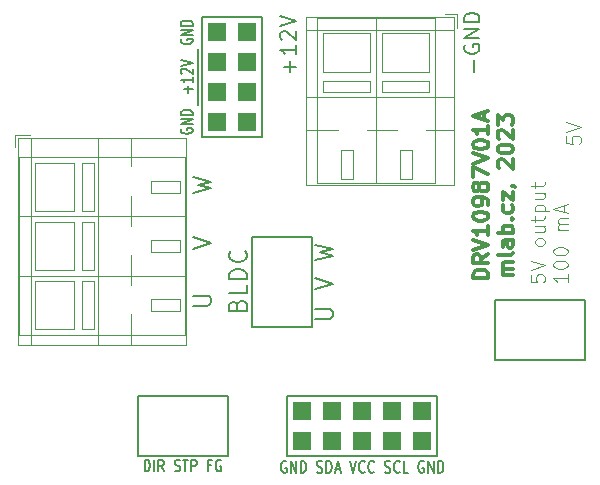
<source format=gbr>
%TF.GenerationSoftware,KiCad,Pcbnew,7.0.5.1-1-g8f565ef7f0-dirty-deb11*%
%TF.CreationDate,2023-07-21T00:54:26+00:00*%
%TF.ProjectId,DRV10987V01,44525631-3039-4383-9756-30312e6b6963,01A*%
%TF.SameCoordinates,Original*%
%TF.FileFunction,Legend,Top*%
%TF.FilePolarity,Positive*%
%FSLAX46Y46*%
G04 Gerber Fmt 4.6, Leading zero omitted, Abs format (unit mm)*
G04 Created by KiCad (PCBNEW 7.0.5.1-1-g8f565ef7f0-dirty-deb11) date 2023-07-21 00:54:26*
%MOMM*%
%LPD*%
G01*
G04 APERTURE LIST*
%ADD10C,0.150000*%
%ADD11C,0.127000*%
%ADD12C,0.200000*%
%ADD13C,0.300000*%
%ADD14C,0.110000*%
%ADD15C,0.120000*%
%ADD16R,1.524000X1.524000*%
G04 APERTURE END LIST*
D10*
X18575000Y37000000D02*
X18575000Y41725000D01*
D11*
X26043075Y6806366D02*
X25966885Y6853985D01*
X25966885Y6853985D02*
X25852599Y6853985D01*
X25852599Y6853985D02*
X25738313Y6806366D01*
X25738313Y6806366D02*
X25662123Y6711128D01*
X25662123Y6711128D02*
X25624028Y6615890D01*
X25624028Y6615890D02*
X25585932Y6425414D01*
X25585932Y6425414D02*
X25585932Y6282557D01*
X25585932Y6282557D02*
X25624028Y6092081D01*
X25624028Y6092081D02*
X25662123Y5996843D01*
X25662123Y5996843D02*
X25738313Y5901604D01*
X25738313Y5901604D02*
X25852599Y5853985D01*
X25852599Y5853985D02*
X25928790Y5853985D01*
X25928790Y5853985D02*
X26043075Y5901604D01*
X26043075Y5901604D02*
X26081171Y5949224D01*
X26081171Y5949224D02*
X26081171Y6282557D01*
X26081171Y6282557D02*
X25928790Y6282557D01*
X26424028Y5853985D02*
X26424028Y6853985D01*
X26424028Y6853985D02*
X26881171Y5853985D01*
X26881171Y5853985D02*
X26881171Y6853985D01*
X27262123Y5853985D02*
X27262123Y6853985D01*
X27262123Y6853985D02*
X27452599Y6853985D01*
X27452599Y6853985D02*
X27566885Y6806366D01*
X27566885Y6806366D02*
X27643075Y6711128D01*
X27643075Y6711128D02*
X27681170Y6615890D01*
X27681170Y6615890D02*
X27719266Y6425414D01*
X27719266Y6425414D02*
X27719266Y6282557D01*
X27719266Y6282557D02*
X27681170Y6092081D01*
X27681170Y6092081D02*
X27643075Y5996843D01*
X27643075Y5996843D02*
X27566885Y5901604D01*
X27566885Y5901604D02*
X27452599Y5853985D01*
X27452599Y5853985D02*
X27262123Y5853985D01*
X28633551Y5901604D02*
X28747837Y5853985D01*
X28747837Y5853985D02*
X28938313Y5853985D01*
X28938313Y5853985D02*
X29014504Y5901604D01*
X29014504Y5901604D02*
X29052599Y5949224D01*
X29052599Y5949224D02*
X29090694Y6044462D01*
X29090694Y6044462D02*
X29090694Y6139700D01*
X29090694Y6139700D02*
X29052599Y6234938D01*
X29052599Y6234938D02*
X29014504Y6282557D01*
X29014504Y6282557D02*
X28938313Y6330176D01*
X28938313Y6330176D02*
X28785932Y6377795D01*
X28785932Y6377795D02*
X28709742Y6425414D01*
X28709742Y6425414D02*
X28671647Y6473033D01*
X28671647Y6473033D02*
X28633551Y6568271D01*
X28633551Y6568271D02*
X28633551Y6663509D01*
X28633551Y6663509D02*
X28671647Y6758747D01*
X28671647Y6758747D02*
X28709742Y6806366D01*
X28709742Y6806366D02*
X28785932Y6853985D01*
X28785932Y6853985D02*
X28976409Y6853985D01*
X28976409Y6853985D02*
X29090694Y6806366D01*
X29433552Y5853985D02*
X29433552Y6853985D01*
X29433552Y6853985D02*
X29624028Y6853985D01*
X29624028Y6853985D02*
X29738314Y6806366D01*
X29738314Y6806366D02*
X29814504Y6711128D01*
X29814504Y6711128D02*
X29852599Y6615890D01*
X29852599Y6615890D02*
X29890695Y6425414D01*
X29890695Y6425414D02*
X29890695Y6282557D01*
X29890695Y6282557D02*
X29852599Y6092081D01*
X29852599Y6092081D02*
X29814504Y5996843D01*
X29814504Y5996843D02*
X29738314Y5901604D01*
X29738314Y5901604D02*
X29624028Y5853985D01*
X29624028Y5853985D02*
X29433552Y5853985D01*
X30195456Y6139700D02*
X30576409Y6139700D01*
X30119266Y5853985D02*
X30385933Y6853985D01*
X30385933Y6853985D02*
X30652599Y5853985D01*
X31414504Y6853985D02*
X31681171Y5853985D01*
X31681171Y5853985D02*
X31947837Y6853985D01*
X32671647Y5949224D02*
X32633551Y5901604D01*
X32633551Y5901604D02*
X32519266Y5853985D01*
X32519266Y5853985D02*
X32443075Y5853985D01*
X32443075Y5853985D02*
X32328789Y5901604D01*
X32328789Y5901604D02*
X32252599Y5996843D01*
X32252599Y5996843D02*
X32214504Y6092081D01*
X32214504Y6092081D02*
X32176408Y6282557D01*
X32176408Y6282557D02*
X32176408Y6425414D01*
X32176408Y6425414D02*
X32214504Y6615890D01*
X32214504Y6615890D02*
X32252599Y6711128D01*
X32252599Y6711128D02*
X32328789Y6806366D01*
X32328789Y6806366D02*
X32443075Y6853985D01*
X32443075Y6853985D02*
X32519266Y6853985D01*
X32519266Y6853985D02*
X32633551Y6806366D01*
X32633551Y6806366D02*
X32671647Y6758747D01*
X33471647Y5949224D02*
X33433551Y5901604D01*
X33433551Y5901604D02*
X33319266Y5853985D01*
X33319266Y5853985D02*
X33243075Y5853985D01*
X33243075Y5853985D02*
X33128789Y5901604D01*
X33128789Y5901604D02*
X33052599Y5996843D01*
X33052599Y5996843D02*
X33014504Y6092081D01*
X33014504Y6092081D02*
X32976408Y6282557D01*
X32976408Y6282557D02*
X32976408Y6425414D01*
X32976408Y6425414D02*
X33014504Y6615890D01*
X33014504Y6615890D02*
X33052599Y6711128D01*
X33052599Y6711128D02*
X33128789Y6806366D01*
X33128789Y6806366D02*
X33243075Y6853985D01*
X33243075Y6853985D02*
X33319266Y6853985D01*
X33319266Y6853985D02*
X33433551Y6806366D01*
X33433551Y6806366D02*
X33471647Y6758747D01*
X34385932Y5901604D02*
X34500218Y5853985D01*
X34500218Y5853985D02*
X34690694Y5853985D01*
X34690694Y5853985D02*
X34766885Y5901604D01*
X34766885Y5901604D02*
X34804980Y5949224D01*
X34804980Y5949224D02*
X34843075Y6044462D01*
X34843075Y6044462D02*
X34843075Y6139700D01*
X34843075Y6139700D02*
X34804980Y6234938D01*
X34804980Y6234938D02*
X34766885Y6282557D01*
X34766885Y6282557D02*
X34690694Y6330176D01*
X34690694Y6330176D02*
X34538313Y6377795D01*
X34538313Y6377795D02*
X34462123Y6425414D01*
X34462123Y6425414D02*
X34424028Y6473033D01*
X34424028Y6473033D02*
X34385932Y6568271D01*
X34385932Y6568271D02*
X34385932Y6663509D01*
X34385932Y6663509D02*
X34424028Y6758747D01*
X34424028Y6758747D02*
X34462123Y6806366D01*
X34462123Y6806366D02*
X34538313Y6853985D01*
X34538313Y6853985D02*
X34728790Y6853985D01*
X34728790Y6853985D02*
X34843075Y6806366D01*
X35643076Y5949224D02*
X35604980Y5901604D01*
X35604980Y5901604D02*
X35490695Y5853985D01*
X35490695Y5853985D02*
X35414504Y5853985D01*
X35414504Y5853985D02*
X35300218Y5901604D01*
X35300218Y5901604D02*
X35224028Y5996843D01*
X35224028Y5996843D02*
X35185933Y6092081D01*
X35185933Y6092081D02*
X35147837Y6282557D01*
X35147837Y6282557D02*
X35147837Y6425414D01*
X35147837Y6425414D02*
X35185933Y6615890D01*
X35185933Y6615890D02*
X35224028Y6711128D01*
X35224028Y6711128D02*
X35300218Y6806366D01*
X35300218Y6806366D02*
X35414504Y6853985D01*
X35414504Y6853985D02*
X35490695Y6853985D01*
X35490695Y6853985D02*
X35604980Y6806366D01*
X35604980Y6806366D02*
X35643076Y6758747D01*
X36366885Y5853985D02*
X35985933Y5853985D01*
X35985933Y5853985D02*
X35985933Y6853985D01*
X37662123Y6806366D02*
X37585933Y6853985D01*
X37585933Y6853985D02*
X37471647Y6853985D01*
X37471647Y6853985D02*
X37357361Y6806366D01*
X37357361Y6806366D02*
X37281171Y6711128D01*
X37281171Y6711128D02*
X37243076Y6615890D01*
X37243076Y6615890D02*
X37204980Y6425414D01*
X37204980Y6425414D02*
X37204980Y6282557D01*
X37204980Y6282557D02*
X37243076Y6092081D01*
X37243076Y6092081D02*
X37281171Y5996843D01*
X37281171Y5996843D02*
X37357361Y5901604D01*
X37357361Y5901604D02*
X37471647Y5853985D01*
X37471647Y5853985D02*
X37547838Y5853985D01*
X37547838Y5853985D02*
X37662123Y5901604D01*
X37662123Y5901604D02*
X37700219Y5949224D01*
X37700219Y5949224D02*
X37700219Y6282557D01*
X37700219Y6282557D02*
X37547838Y6282557D01*
X38043076Y5853985D02*
X38043076Y6853985D01*
X38043076Y6853985D02*
X38500219Y5853985D01*
X38500219Y5853985D02*
X38500219Y6853985D01*
X38881171Y5853985D02*
X38881171Y6853985D01*
X38881171Y6853985D02*
X39071647Y6853985D01*
X39071647Y6853985D02*
X39185933Y6806366D01*
X39185933Y6806366D02*
X39262123Y6711128D01*
X39262123Y6711128D02*
X39300218Y6615890D01*
X39300218Y6615890D02*
X39338314Y6425414D01*
X39338314Y6425414D02*
X39338314Y6282557D01*
X39338314Y6282557D02*
X39300218Y6092081D01*
X39300218Y6092081D02*
X39262123Y5996843D01*
X39262123Y5996843D02*
X39185933Y5901604D01*
X39185933Y5901604D02*
X39071647Y5853985D01*
X39071647Y5853985D02*
X38881171Y5853985D01*
X28484824Y25152163D02*
X29984824Y24795020D01*
X29984824Y24795020D02*
X28913396Y24509306D01*
X28913396Y24509306D02*
X29984824Y24223591D01*
X29984824Y24223591D02*
X28484824Y23866448D01*
X28484824Y22366448D02*
X29984824Y21866448D01*
X29984824Y21866448D02*
X28484824Y21366448D01*
X28484824Y19723592D02*
X29699110Y19723592D01*
X29699110Y19723592D02*
X29841967Y19652163D01*
X29841967Y19652163D02*
X29913396Y19580734D01*
X29913396Y19580734D02*
X29984824Y19437877D01*
X29984824Y19437877D02*
X29984824Y19152163D01*
X29984824Y19152163D02*
X29913396Y19009306D01*
X29913396Y19009306D02*
X29841967Y18937877D01*
X29841967Y18937877D02*
X29699110Y18866449D01*
X29699110Y18866449D02*
X28484824Y18866449D01*
X21899110Y20040000D02*
X21970538Y20254286D01*
X21970538Y20254286D02*
X22041967Y20325715D01*
X22041967Y20325715D02*
X22184824Y20397143D01*
X22184824Y20397143D02*
X22399110Y20397143D01*
X22399110Y20397143D02*
X22541967Y20325715D01*
X22541967Y20325715D02*
X22613396Y20254286D01*
X22613396Y20254286D02*
X22684824Y20111429D01*
X22684824Y20111429D02*
X22684824Y19540000D01*
X22684824Y19540000D02*
X21184824Y19540000D01*
X21184824Y19540000D02*
X21184824Y20040000D01*
X21184824Y20040000D02*
X21256253Y20182857D01*
X21256253Y20182857D02*
X21327681Y20254286D01*
X21327681Y20254286D02*
X21470538Y20325715D01*
X21470538Y20325715D02*
X21613396Y20325715D01*
X21613396Y20325715D02*
X21756253Y20254286D01*
X21756253Y20254286D02*
X21827681Y20182857D01*
X21827681Y20182857D02*
X21899110Y20040000D01*
X21899110Y20040000D02*
X21899110Y19540000D01*
X22684824Y21754286D02*
X22684824Y21040000D01*
X22684824Y21040000D02*
X21184824Y21040000D01*
X22684824Y22254286D02*
X21184824Y22254286D01*
X21184824Y22254286D02*
X21184824Y22611429D01*
X21184824Y22611429D02*
X21256253Y22825715D01*
X21256253Y22825715D02*
X21399110Y22968572D01*
X21399110Y22968572D02*
X21541967Y23040001D01*
X21541967Y23040001D02*
X21827681Y23111429D01*
X21827681Y23111429D02*
X22041967Y23111429D01*
X22041967Y23111429D02*
X22327681Y23040001D01*
X22327681Y23040001D02*
X22470538Y22968572D01*
X22470538Y22968572D02*
X22613396Y22825715D01*
X22613396Y22825715D02*
X22684824Y22611429D01*
X22684824Y22611429D02*
X22684824Y22254286D01*
X22541967Y24611429D02*
X22613396Y24540001D01*
X22613396Y24540001D02*
X22684824Y24325715D01*
X22684824Y24325715D02*
X22684824Y24182858D01*
X22684824Y24182858D02*
X22613396Y23968572D01*
X22613396Y23968572D02*
X22470538Y23825715D01*
X22470538Y23825715D02*
X22327681Y23754286D01*
X22327681Y23754286D02*
X22041967Y23682858D01*
X22041967Y23682858D02*
X21827681Y23682858D01*
X21827681Y23682858D02*
X21541967Y23754286D01*
X21541967Y23754286D02*
X21399110Y23825715D01*
X21399110Y23825715D02*
X21256253Y23968572D01*
X21256253Y23968572D02*
X21184824Y24182858D01*
X21184824Y24182858D02*
X21184824Y24325715D01*
X21184824Y24325715D02*
X21256253Y24540001D01*
X21256253Y24540001D02*
X21327681Y24611429D01*
X18134824Y30852163D02*
X19634824Y30495020D01*
X19634824Y30495020D02*
X18563396Y30209306D01*
X18563396Y30209306D02*
X19634824Y29923591D01*
X19634824Y29923591D02*
X18134824Y29566448D01*
X18134824Y25780734D02*
X19634824Y25280734D01*
X19634824Y25280734D02*
X18134824Y24780734D01*
X18134824Y20852164D02*
X19349110Y20852164D01*
X19349110Y20852164D02*
X19491967Y20780735D01*
X19491967Y20780735D02*
X19563396Y20709306D01*
X19563396Y20709306D02*
X19634824Y20566449D01*
X19634824Y20566449D02*
X19634824Y20280735D01*
X19634824Y20280735D02*
X19563396Y20137878D01*
X19563396Y20137878D02*
X19491967Y20066449D01*
X19491967Y20066449D02*
X19349110Y19995021D01*
X19349110Y19995021D02*
X18134824Y19995021D01*
X14031905Y5958985D02*
X14031905Y6958985D01*
X14031905Y6958985D02*
X14222381Y6958985D01*
X14222381Y6958985D02*
X14336667Y6911366D01*
X14336667Y6911366D02*
X14412857Y6816128D01*
X14412857Y6816128D02*
X14450952Y6720890D01*
X14450952Y6720890D02*
X14489048Y6530414D01*
X14489048Y6530414D02*
X14489048Y6387557D01*
X14489048Y6387557D02*
X14450952Y6197081D01*
X14450952Y6197081D02*
X14412857Y6101843D01*
X14412857Y6101843D02*
X14336667Y6006604D01*
X14336667Y6006604D02*
X14222381Y5958985D01*
X14222381Y5958985D02*
X14031905Y5958985D01*
X14831905Y5958985D02*
X14831905Y6958985D01*
X15670000Y5958985D02*
X15403333Y6435176D01*
X15212857Y5958985D02*
X15212857Y6958985D01*
X15212857Y6958985D02*
X15517619Y6958985D01*
X15517619Y6958985D02*
X15593809Y6911366D01*
X15593809Y6911366D02*
X15631904Y6863747D01*
X15631904Y6863747D02*
X15670000Y6768509D01*
X15670000Y6768509D02*
X15670000Y6625652D01*
X15670000Y6625652D02*
X15631904Y6530414D01*
X15631904Y6530414D02*
X15593809Y6482795D01*
X15593809Y6482795D02*
X15517619Y6435176D01*
X15517619Y6435176D02*
X15212857Y6435176D01*
X16584285Y6006604D02*
X16698571Y5958985D01*
X16698571Y5958985D02*
X16889047Y5958985D01*
X16889047Y5958985D02*
X16965238Y6006604D01*
X16965238Y6006604D02*
X17003333Y6054224D01*
X17003333Y6054224D02*
X17041428Y6149462D01*
X17041428Y6149462D02*
X17041428Y6244700D01*
X17041428Y6244700D02*
X17003333Y6339938D01*
X17003333Y6339938D02*
X16965238Y6387557D01*
X16965238Y6387557D02*
X16889047Y6435176D01*
X16889047Y6435176D02*
X16736666Y6482795D01*
X16736666Y6482795D02*
X16660476Y6530414D01*
X16660476Y6530414D02*
X16622381Y6578033D01*
X16622381Y6578033D02*
X16584285Y6673271D01*
X16584285Y6673271D02*
X16584285Y6768509D01*
X16584285Y6768509D02*
X16622381Y6863747D01*
X16622381Y6863747D02*
X16660476Y6911366D01*
X16660476Y6911366D02*
X16736666Y6958985D01*
X16736666Y6958985D02*
X16927143Y6958985D01*
X16927143Y6958985D02*
X17041428Y6911366D01*
X17270000Y6958985D02*
X17727143Y6958985D01*
X17498571Y5958985D02*
X17498571Y6958985D01*
X17993810Y5958985D02*
X17993810Y6958985D01*
X17993810Y6958985D02*
X18298572Y6958985D01*
X18298572Y6958985D02*
X18374762Y6911366D01*
X18374762Y6911366D02*
X18412857Y6863747D01*
X18412857Y6863747D02*
X18450953Y6768509D01*
X18450953Y6768509D02*
X18450953Y6625652D01*
X18450953Y6625652D02*
X18412857Y6530414D01*
X18412857Y6530414D02*
X18374762Y6482795D01*
X18374762Y6482795D02*
X18298572Y6435176D01*
X18298572Y6435176D02*
X17993810Y6435176D01*
X19670000Y6482795D02*
X19403334Y6482795D01*
X19403334Y5958985D02*
X19403334Y6958985D01*
X19403334Y6958985D02*
X19784286Y6958985D01*
X20508095Y6911366D02*
X20431905Y6958985D01*
X20431905Y6958985D02*
X20317619Y6958985D01*
X20317619Y6958985D02*
X20203333Y6911366D01*
X20203333Y6911366D02*
X20127143Y6816128D01*
X20127143Y6816128D02*
X20089048Y6720890D01*
X20089048Y6720890D02*
X20050952Y6530414D01*
X20050952Y6530414D02*
X20050952Y6387557D01*
X20050952Y6387557D02*
X20089048Y6197081D01*
X20089048Y6197081D02*
X20127143Y6101843D01*
X20127143Y6101843D02*
X20203333Y6006604D01*
X20203333Y6006604D02*
X20317619Y5958985D01*
X20317619Y5958985D02*
X20393810Y5958985D01*
X20393810Y5958985D02*
X20508095Y6006604D01*
X20508095Y6006604D02*
X20546191Y6054224D01*
X20546191Y6054224D02*
X20546191Y6387557D01*
X20546191Y6387557D02*
X20393810Y6387557D01*
D12*
X41885266Y39766102D02*
X41885266Y40756578D01*
X41142409Y42056579D02*
X41080504Y41932769D01*
X41080504Y41932769D02*
X41080504Y41747055D01*
X41080504Y41747055D02*
X41142409Y41561341D01*
X41142409Y41561341D02*
X41266219Y41437531D01*
X41266219Y41437531D02*
X41390028Y41375626D01*
X41390028Y41375626D02*
X41637647Y41313722D01*
X41637647Y41313722D02*
X41823361Y41313722D01*
X41823361Y41313722D02*
X42070980Y41375626D01*
X42070980Y41375626D02*
X42194790Y41437531D01*
X42194790Y41437531D02*
X42318600Y41561341D01*
X42318600Y41561341D02*
X42380504Y41747055D01*
X42380504Y41747055D02*
X42380504Y41870864D01*
X42380504Y41870864D02*
X42318600Y42056579D01*
X42318600Y42056579D02*
X42256695Y42118483D01*
X42256695Y42118483D02*
X41823361Y42118483D01*
X41823361Y42118483D02*
X41823361Y41870864D01*
X42380504Y42675626D02*
X41080504Y42675626D01*
X41080504Y42675626D02*
X42380504Y43418483D01*
X42380504Y43418483D02*
X41080504Y43418483D01*
X42380504Y44037531D02*
X41080504Y44037531D01*
X41080504Y44037531D02*
X41080504Y44347055D01*
X41080504Y44347055D02*
X41142409Y44532769D01*
X41142409Y44532769D02*
X41266219Y44656579D01*
X41266219Y44656579D02*
X41390028Y44718484D01*
X41390028Y44718484D02*
X41637647Y44780388D01*
X41637647Y44780388D02*
X41823361Y44780388D01*
X41823361Y44780388D02*
X42070980Y44718484D01*
X42070980Y44718484D02*
X42194790Y44656579D01*
X42194790Y44656579D02*
X42318600Y44532769D01*
X42318600Y44532769D02*
X42380504Y44347055D01*
X42380504Y44347055D02*
X42380504Y44037531D01*
D13*
X43132304Y22304763D02*
X41832304Y22304763D01*
X41832304Y22304763D02*
X41832304Y22614287D01*
X41832304Y22614287D02*
X41894209Y22800001D01*
X41894209Y22800001D02*
X42018019Y22923811D01*
X42018019Y22923811D02*
X42141828Y22985716D01*
X42141828Y22985716D02*
X42389447Y23047620D01*
X42389447Y23047620D02*
X42575161Y23047620D01*
X42575161Y23047620D02*
X42822780Y22985716D01*
X42822780Y22985716D02*
X42946590Y22923811D01*
X42946590Y22923811D02*
X43070400Y22800001D01*
X43070400Y22800001D02*
X43132304Y22614287D01*
X43132304Y22614287D02*
X43132304Y22304763D01*
X43132304Y24347620D02*
X42513257Y23914287D01*
X43132304Y23604763D02*
X41832304Y23604763D01*
X41832304Y23604763D02*
X41832304Y24100001D01*
X41832304Y24100001D02*
X41894209Y24223811D01*
X41894209Y24223811D02*
X41956114Y24285716D01*
X41956114Y24285716D02*
X42079923Y24347620D01*
X42079923Y24347620D02*
X42265638Y24347620D01*
X42265638Y24347620D02*
X42389447Y24285716D01*
X42389447Y24285716D02*
X42451352Y24223811D01*
X42451352Y24223811D02*
X42513257Y24100001D01*
X42513257Y24100001D02*
X42513257Y23604763D01*
X41832304Y24719049D02*
X43132304Y25152382D01*
X43132304Y25152382D02*
X41832304Y25585716D01*
X43132304Y26700002D02*
X43132304Y25957145D01*
X43132304Y26328573D02*
X41832304Y26328573D01*
X41832304Y26328573D02*
X42018019Y26204764D01*
X42018019Y26204764D02*
X42141828Y26080954D01*
X42141828Y26080954D02*
X42203733Y25957145D01*
X41832304Y27504763D02*
X41832304Y27628573D01*
X41832304Y27628573D02*
X41894209Y27752382D01*
X41894209Y27752382D02*
X41956114Y27814287D01*
X41956114Y27814287D02*
X42079923Y27876192D01*
X42079923Y27876192D02*
X42327542Y27938097D01*
X42327542Y27938097D02*
X42637066Y27938097D01*
X42637066Y27938097D02*
X42884685Y27876192D01*
X42884685Y27876192D02*
X43008495Y27814287D01*
X43008495Y27814287D02*
X43070400Y27752382D01*
X43070400Y27752382D02*
X43132304Y27628573D01*
X43132304Y27628573D02*
X43132304Y27504763D01*
X43132304Y27504763D02*
X43070400Y27380954D01*
X43070400Y27380954D02*
X43008495Y27319049D01*
X43008495Y27319049D02*
X42884685Y27257144D01*
X42884685Y27257144D02*
X42637066Y27195240D01*
X42637066Y27195240D02*
X42327542Y27195240D01*
X42327542Y27195240D02*
X42079923Y27257144D01*
X42079923Y27257144D02*
X41956114Y27319049D01*
X41956114Y27319049D02*
X41894209Y27380954D01*
X41894209Y27380954D02*
X41832304Y27504763D01*
X43132304Y28557144D02*
X43132304Y28804763D01*
X43132304Y28804763D02*
X43070400Y28928573D01*
X43070400Y28928573D02*
X43008495Y28990477D01*
X43008495Y28990477D02*
X42822780Y29114287D01*
X42822780Y29114287D02*
X42575161Y29176192D01*
X42575161Y29176192D02*
X42079923Y29176192D01*
X42079923Y29176192D02*
X41956114Y29114287D01*
X41956114Y29114287D02*
X41894209Y29052382D01*
X41894209Y29052382D02*
X41832304Y28928573D01*
X41832304Y28928573D02*
X41832304Y28680954D01*
X41832304Y28680954D02*
X41894209Y28557144D01*
X41894209Y28557144D02*
X41956114Y28495239D01*
X41956114Y28495239D02*
X42079923Y28433335D01*
X42079923Y28433335D02*
X42389447Y28433335D01*
X42389447Y28433335D02*
X42513257Y28495239D01*
X42513257Y28495239D02*
X42575161Y28557144D01*
X42575161Y28557144D02*
X42637066Y28680954D01*
X42637066Y28680954D02*
X42637066Y28928573D01*
X42637066Y28928573D02*
X42575161Y29052382D01*
X42575161Y29052382D02*
X42513257Y29114287D01*
X42513257Y29114287D02*
X42389447Y29176192D01*
X42389447Y29919049D02*
X42327542Y29795239D01*
X42327542Y29795239D02*
X42265638Y29733334D01*
X42265638Y29733334D02*
X42141828Y29671430D01*
X42141828Y29671430D02*
X42079923Y29671430D01*
X42079923Y29671430D02*
X41956114Y29733334D01*
X41956114Y29733334D02*
X41894209Y29795239D01*
X41894209Y29795239D02*
X41832304Y29919049D01*
X41832304Y29919049D02*
X41832304Y30166668D01*
X41832304Y30166668D02*
X41894209Y30290477D01*
X41894209Y30290477D02*
X41956114Y30352382D01*
X41956114Y30352382D02*
X42079923Y30414287D01*
X42079923Y30414287D02*
X42141828Y30414287D01*
X42141828Y30414287D02*
X42265638Y30352382D01*
X42265638Y30352382D02*
X42327542Y30290477D01*
X42327542Y30290477D02*
X42389447Y30166668D01*
X42389447Y30166668D02*
X42389447Y29919049D01*
X42389447Y29919049D02*
X42451352Y29795239D01*
X42451352Y29795239D02*
X42513257Y29733334D01*
X42513257Y29733334D02*
X42637066Y29671430D01*
X42637066Y29671430D02*
X42884685Y29671430D01*
X42884685Y29671430D02*
X43008495Y29733334D01*
X43008495Y29733334D02*
X43070400Y29795239D01*
X43070400Y29795239D02*
X43132304Y29919049D01*
X43132304Y29919049D02*
X43132304Y30166668D01*
X43132304Y30166668D02*
X43070400Y30290477D01*
X43070400Y30290477D02*
X43008495Y30352382D01*
X43008495Y30352382D02*
X42884685Y30414287D01*
X42884685Y30414287D02*
X42637066Y30414287D01*
X42637066Y30414287D02*
X42513257Y30352382D01*
X42513257Y30352382D02*
X42451352Y30290477D01*
X42451352Y30290477D02*
X42389447Y30166668D01*
X41832304Y30847620D02*
X41832304Y31714286D01*
X41832304Y31714286D02*
X43132304Y31157144D01*
X41832304Y32023810D02*
X43132304Y32457143D01*
X43132304Y32457143D02*
X41832304Y32890477D01*
X41832304Y33571429D02*
X41832304Y33695239D01*
X41832304Y33695239D02*
X41894209Y33819048D01*
X41894209Y33819048D02*
X41956114Y33880953D01*
X41956114Y33880953D02*
X42079923Y33942858D01*
X42079923Y33942858D02*
X42327542Y34004763D01*
X42327542Y34004763D02*
X42637066Y34004763D01*
X42637066Y34004763D02*
X42884685Y33942858D01*
X42884685Y33942858D02*
X43008495Y33880953D01*
X43008495Y33880953D02*
X43070400Y33819048D01*
X43070400Y33819048D02*
X43132304Y33695239D01*
X43132304Y33695239D02*
X43132304Y33571429D01*
X43132304Y33571429D02*
X43070400Y33447620D01*
X43070400Y33447620D02*
X43008495Y33385715D01*
X43008495Y33385715D02*
X42884685Y33323810D01*
X42884685Y33323810D02*
X42637066Y33261906D01*
X42637066Y33261906D02*
X42327542Y33261906D01*
X42327542Y33261906D02*
X42079923Y33323810D01*
X42079923Y33323810D02*
X41956114Y33385715D01*
X41956114Y33385715D02*
X41894209Y33447620D01*
X41894209Y33447620D02*
X41832304Y33571429D01*
X43132304Y35242858D02*
X43132304Y34500001D01*
X43132304Y34871429D02*
X41832304Y34871429D01*
X41832304Y34871429D02*
X42018019Y34747620D01*
X42018019Y34747620D02*
X42141828Y34623810D01*
X42141828Y34623810D02*
X42203733Y34500001D01*
X42760876Y35738096D02*
X42760876Y36357143D01*
X43132304Y35614286D02*
X41832304Y36047619D01*
X41832304Y36047619D02*
X43132304Y36480953D01*
X45225304Y22552382D02*
X44358638Y22552382D01*
X44482447Y22552382D02*
X44420542Y22614287D01*
X44420542Y22614287D02*
X44358638Y22738097D01*
X44358638Y22738097D02*
X44358638Y22923811D01*
X44358638Y22923811D02*
X44420542Y23047620D01*
X44420542Y23047620D02*
X44544352Y23109525D01*
X44544352Y23109525D02*
X45225304Y23109525D01*
X44544352Y23109525D02*
X44420542Y23171430D01*
X44420542Y23171430D02*
X44358638Y23295239D01*
X44358638Y23295239D02*
X44358638Y23480954D01*
X44358638Y23480954D02*
X44420542Y23604763D01*
X44420542Y23604763D02*
X44544352Y23666668D01*
X44544352Y23666668D02*
X45225304Y23666668D01*
X45225304Y24471430D02*
X45163400Y24347620D01*
X45163400Y24347620D02*
X45039590Y24285715D01*
X45039590Y24285715D02*
X43925304Y24285715D01*
X45225304Y25523810D02*
X44544352Y25523810D01*
X44544352Y25523810D02*
X44420542Y25461905D01*
X44420542Y25461905D02*
X44358638Y25338096D01*
X44358638Y25338096D02*
X44358638Y25090477D01*
X44358638Y25090477D02*
X44420542Y24966667D01*
X45163400Y25523810D02*
X45225304Y25400001D01*
X45225304Y25400001D02*
X45225304Y25090477D01*
X45225304Y25090477D02*
X45163400Y24966667D01*
X45163400Y24966667D02*
X45039590Y24904763D01*
X45039590Y24904763D02*
X44915780Y24904763D01*
X44915780Y24904763D02*
X44791971Y24966667D01*
X44791971Y24966667D02*
X44730066Y25090477D01*
X44730066Y25090477D02*
X44730066Y25400001D01*
X44730066Y25400001D02*
X44668161Y25523810D01*
X45225304Y26142857D02*
X43925304Y26142857D01*
X44420542Y26142857D02*
X44358638Y26266667D01*
X44358638Y26266667D02*
X44358638Y26514286D01*
X44358638Y26514286D02*
X44420542Y26638095D01*
X44420542Y26638095D02*
X44482447Y26700000D01*
X44482447Y26700000D02*
X44606257Y26761905D01*
X44606257Y26761905D02*
X44977685Y26761905D01*
X44977685Y26761905D02*
X45101495Y26700000D01*
X45101495Y26700000D02*
X45163400Y26638095D01*
X45163400Y26638095D02*
X45225304Y26514286D01*
X45225304Y26514286D02*
X45225304Y26266667D01*
X45225304Y26266667D02*
X45163400Y26142857D01*
X45101495Y27319047D02*
X45163400Y27380952D01*
X45163400Y27380952D02*
X45225304Y27319047D01*
X45225304Y27319047D02*
X45163400Y27257143D01*
X45163400Y27257143D02*
X45101495Y27319047D01*
X45101495Y27319047D02*
X45225304Y27319047D01*
X45163400Y28495238D02*
X45225304Y28371429D01*
X45225304Y28371429D02*
X45225304Y28123810D01*
X45225304Y28123810D02*
X45163400Y28000000D01*
X45163400Y28000000D02*
X45101495Y27938095D01*
X45101495Y27938095D02*
X44977685Y27876191D01*
X44977685Y27876191D02*
X44606257Y27876191D01*
X44606257Y27876191D02*
X44482447Y27938095D01*
X44482447Y27938095D02*
X44420542Y28000000D01*
X44420542Y28000000D02*
X44358638Y28123810D01*
X44358638Y28123810D02*
X44358638Y28371429D01*
X44358638Y28371429D02*
X44420542Y28495238D01*
X44358638Y28928572D02*
X44358638Y29609524D01*
X44358638Y29609524D02*
X45225304Y28928572D01*
X45225304Y28928572D02*
X45225304Y29609524D01*
X45163400Y30166667D02*
X45225304Y30166667D01*
X45225304Y30166667D02*
X45349114Y30104762D01*
X45349114Y30104762D02*
X45411019Y30042858D01*
X44049114Y31652382D02*
X43987209Y31714286D01*
X43987209Y31714286D02*
X43925304Y31838096D01*
X43925304Y31838096D02*
X43925304Y32147620D01*
X43925304Y32147620D02*
X43987209Y32271429D01*
X43987209Y32271429D02*
X44049114Y32333334D01*
X44049114Y32333334D02*
X44172923Y32395239D01*
X44172923Y32395239D02*
X44296733Y32395239D01*
X44296733Y32395239D02*
X44482447Y32333334D01*
X44482447Y32333334D02*
X45225304Y31590477D01*
X45225304Y31590477D02*
X45225304Y32395239D01*
X43925304Y33200000D02*
X43925304Y33323810D01*
X43925304Y33323810D02*
X43987209Y33447619D01*
X43987209Y33447619D02*
X44049114Y33509524D01*
X44049114Y33509524D02*
X44172923Y33571429D01*
X44172923Y33571429D02*
X44420542Y33633334D01*
X44420542Y33633334D02*
X44730066Y33633334D01*
X44730066Y33633334D02*
X44977685Y33571429D01*
X44977685Y33571429D02*
X45101495Y33509524D01*
X45101495Y33509524D02*
X45163400Y33447619D01*
X45163400Y33447619D02*
X45225304Y33323810D01*
X45225304Y33323810D02*
X45225304Y33200000D01*
X45225304Y33200000D02*
X45163400Y33076191D01*
X45163400Y33076191D02*
X45101495Y33014286D01*
X45101495Y33014286D02*
X44977685Y32952381D01*
X44977685Y32952381D02*
X44730066Y32890477D01*
X44730066Y32890477D02*
X44420542Y32890477D01*
X44420542Y32890477D02*
X44172923Y32952381D01*
X44172923Y32952381D02*
X44049114Y33014286D01*
X44049114Y33014286D02*
X43987209Y33076191D01*
X43987209Y33076191D02*
X43925304Y33200000D01*
X44049114Y34128572D02*
X43987209Y34190476D01*
X43987209Y34190476D02*
X43925304Y34314286D01*
X43925304Y34314286D02*
X43925304Y34623810D01*
X43925304Y34623810D02*
X43987209Y34747619D01*
X43987209Y34747619D02*
X44049114Y34809524D01*
X44049114Y34809524D02*
X44172923Y34871429D01*
X44172923Y34871429D02*
X44296733Y34871429D01*
X44296733Y34871429D02*
X44482447Y34809524D01*
X44482447Y34809524D02*
X45225304Y34066667D01*
X45225304Y34066667D02*
X45225304Y34871429D01*
X43925304Y35304762D02*
X43925304Y36109524D01*
X43925304Y36109524D02*
X44420542Y35676190D01*
X44420542Y35676190D02*
X44420542Y35861905D01*
X44420542Y35861905D02*
X44482447Y35985714D01*
X44482447Y35985714D02*
X44544352Y36047619D01*
X44544352Y36047619D02*
X44668161Y36109524D01*
X44668161Y36109524D02*
X44977685Y36109524D01*
X44977685Y36109524D02*
X45101495Y36047619D01*
X45101495Y36047619D02*
X45163400Y35985714D01*
X45163400Y35985714D02*
X45225304Y35861905D01*
X45225304Y35861905D02*
X45225304Y35490476D01*
X45225304Y35490476D02*
X45163400Y35366667D01*
X45163400Y35366667D02*
X45101495Y35304762D01*
D12*
X26335266Y39741102D02*
X26335266Y40731578D01*
X26830504Y40236340D02*
X25840028Y40236340D01*
X26830504Y42031579D02*
X26830504Y41288722D01*
X26830504Y41660150D02*
X25530504Y41660150D01*
X25530504Y41660150D02*
X25716219Y41536341D01*
X25716219Y41536341D02*
X25840028Y41412531D01*
X25840028Y41412531D02*
X25901933Y41288722D01*
X25654314Y42526817D02*
X25592409Y42588721D01*
X25592409Y42588721D02*
X25530504Y42712531D01*
X25530504Y42712531D02*
X25530504Y43022055D01*
X25530504Y43022055D02*
X25592409Y43145864D01*
X25592409Y43145864D02*
X25654314Y43207769D01*
X25654314Y43207769D02*
X25778123Y43269674D01*
X25778123Y43269674D02*
X25901933Y43269674D01*
X25901933Y43269674D02*
X26087647Y43207769D01*
X26087647Y43207769D02*
X26830504Y42464912D01*
X26830504Y42464912D02*
X26830504Y43269674D01*
X25530504Y43641102D02*
X26830504Y44074435D01*
X26830504Y44074435D02*
X25530504Y44507769D01*
D11*
X17143634Y34992857D02*
X17096015Y34921428D01*
X17096015Y34921428D02*
X17096015Y34814286D01*
X17096015Y34814286D02*
X17143634Y34707143D01*
X17143634Y34707143D02*
X17238872Y34635714D01*
X17238872Y34635714D02*
X17334110Y34600000D01*
X17334110Y34600000D02*
X17524586Y34564286D01*
X17524586Y34564286D02*
X17667443Y34564286D01*
X17667443Y34564286D02*
X17857919Y34600000D01*
X17857919Y34600000D02*
X17953157Y34635714D01*
X17953157Y34635714D02*
X18048396Y34707143D01*
X18048396Y34707143D02*
X18096015Y34814286D01*
X18096015Y34814286D02*
X18096015Y34885714D01*
X18096015Y34885714D02*
X18048396Y34992857D01*
X18048396Y34992857D02*
X18000776Y35028571D01*
X18000776Y35028571D02*
X17667443Y35028571D01*
X17667443Y35028571D02*
X17667443Y34885714D01*
X18096015Y35350000D02*
X17096015Y35350000D01*
X17096015Y35350000D02*
X18096015Y35778571D01*
X18096015Y35778571D02*
X17096015Y35778571D01*
X18096015Y36135714D02*
X17096015Y36135714D01*
X17096015Y36135714D02*
X17096015Y36314285D01*
X17096015Y36314285D02*
X17143634Y36421428D01*
X17143634Y36421428D02*
X17238872Y36492857D01*
X17238872Y36492857D02*
X17334110Y36528571D01*
X17334110Y36528571D02*
X17524586Y36564285D01*
X17524586Y36564285D02*
X17667443Y36564285D01*
X17667443Y36564285D02*
X17857919Y36528571D01*
X17857919Y36528571D02*
X17953157Y36492857D01*
X17953157Y36492857D02*
X18048396Y36421428D01*
X18048396Y36421428D02*
X18096015Y36314285D01*
X18096015Y36314285D02*
X18096015Y36135714D01*
X17715062Y38028572D02*
X17715062Y38600000D01*
X18096015Y38314286D02*
X17334110Y38314286D01*
X18096015Y39350000D02*
X18096015Y38921429D01*
X18096015Y39135714D02*
X17096015Y39135714D01*
X17096015Y39135714D02*
X17238872Y39064286D01*
X17238872Y39064286D02*
X17334110Y38992857D01*
X17334110Y38992857D02*
X17381729Y38921429D01*
X17191253Y39635715D02*
X17143634Y39671429D01*
X17143634Y39671429D02*
X17096015Y39742857D01*
X17096015Y39742857D02*
X17096015Y39921429D01*
X17096015Y39921429D02*
X17143634Y39992857D01*
X17143634Y39992857D02*
X17191253Y40028572D01*
X17191253Y40028572D02*
X17286491Y40064286D01*
X17286491Y40064286D02*
X17381729Y40064286D01*
X17381729Y40064286D02*
X17524586Y40028572D01*
X17524586Y40028572D02*
X18096015Y39600000D01*
X18096015Y39600000D02*
X18096015Y40064286D01*
X17096015Y40278572D02*
X18096015Y40528572D01*
X18096015Y40528572D02*
X17096015Y40778572D01*
X17143634Y42564287D02*
X17096015Y42492858D01*
X17096015Y42492858D02*
X17096015Y42385716D01*
X17096015Y42385716D02*
X17143634Y42278573D01*
X17143634Y42278573D02*
X17238872Y42207144D01*
X17238872Y42207144D02*
X17334110Y42171430D01*
X17334110Y42171430D02*
X17524586Y42135716D01*
X17524586Y42135716D02*
X17667443Y42135716D01*
X17667443Y42135716D02*
X17857919Y42171430D01*
X17857919Y42171430D02*
X17953157Y42207144D01*
X17953157Y42207144D02*
X18048396Y42278573D01*
X18048396Y42278573D02*
X18096015Y42385716D01*
X18096015Y42385716D02*
X18096015Y42457144D01*
X18096015Y42457144D02*
X18048396Y42564287D01*
X18048396Y42564287D02*
X18000776Y42600001D01*
X18000776Y42600001D02*
X17667443Y42600001D01*
X17667443Y42600001D02*
X17667443Y42457144D01*
X18096015Y42921430D02*
X17096015Y42921430D01*
X17096015Y42921430D02*
X18096015Y43350001D01*
X18096015Y43350001D02*
X17096015Y43350001D01*
X18096015Y43707144D02*
X17096015Y43707144D01*
X17096015Y43707144D02*
X17096015Y43885715D01*
X17096015Y43885715D02*
X17143634Y43992858D01*
X17143634Y43992858D02*
X17238872Y44064287D01*
X17238872Y44064287D02*
X17334110Y44100001D01*
X17334110Y44100001D02*
X17524586Y44135715D01*
X17524586Y44135715D02*
X17667443Y44135715D01*
X17667443Y44135715D02*
X17857919Y44100001D01*
X17857919Y44100001D02*
X17953157Y44064287D01*
X17953157Y44064287D02*
X18048396Y43992858D01*
X18048396Y43992858D02*
X18096015Y43885715D01*
X18096015Y43885715D02*
X18096015Y43707144D01*
D14*
X46715422Y22604511D02*
X46715422Y22033083D01*
X46715422Y22033083D02*
X47286851Y21975940D01*
X47286851Y21975940D02*
X47229708Y22033083D01*
X47229708Y22033083D02*
X47172565Y22147368D01*
X47172565Y22147368D02*
X47172565Y22433083D01*
X47172565Y22433083D02*
X47229708Y22547368D01*
X47229708Y22547368D02*
X47286851Y22604511D01*
X47286851Y22604511D02*
X47401137Y22661654D01*
X47401137Y22661654D02*
X47686851Y22661654D01*
X47686851Y22661654D02*
X47801137Y22604511D01*
X47801137Y22604511D02*
X47858280Y22547368D01*
X47858280Y22547368D02*
X47915422Y22433083D01*
X47915422Y22433083D02*
X47915422Y22147368D01*
X47915422Y22147368D02*
X47858280Y22033083D01*
X47858280Y22033083D02*
X47801137Y21975940D01*
X46715422Y23004511D02*
X47915422Y23404511D01*
X47915422Y23404511D02*
X46715422Y23804511D01*
X47915422Y25290225D02*
X47858280Y25175940D01*
X47858280Y25175940D02*
X47801137Y25118797D01*
X47801137Y25118797D02*
X47686851Y25061654D01*
X47686851Y25061654D02*
X47343994Y25061654D01*
X47343994Y25061654D02*
X47229708Y25118797D01*
X47229708Y25118797D02*
X47172565Y25175940D01*
X47172565Y25175940D02*
X47115422Y25290225D01*
X47115422Y25290225D02*
X47115422Y25461654D01*
X47115422Y25461654D02*
X47172565Y25575940D01*
X47172565Y25575940D02*
X47229708Y25633082D01*
X47229708Y25633082D02*
X47343994Y25690225D01*
X47343994Y25690225D02*
X47686851Y25690225D01*
X47686851Y25690225D02*
X47801137Y25633082D01*
X47801137Y25633082D02*
X47858280Y25575940D01*
X47858280Y25575940D02*
X47915422Y25461654D01*
X47915422Y25461654D02*
X47915422Y25290225D01*
X47115422Y26718796D02*
X47915422Y26718796D01*
X47115422Y26204511D02*
X47743994Y26204511D01*
X47743994Y26204511D02*
X47858280Y26261654D01*
X47858280Y26261654D02*
X47915422Y26375939D01*
X47915422Y26375939D02*
X47915422Y26547368D01*
X47915422Y26547368D02*
X47858280Y26661654D01*
X47858280Y26661654D02*
X47801137Y26718796D01*
X47115422Y27118796D02*
X47115422Y27575939D01*
X46715422Y27290225D02*
X47743994Y27290225D01*
X47743994Y27290225D02*
X47858280Y27347368D01*
X47858280Y27347368D02*
X47915422Y27461653D01*
X47915422Y27461653D02*
X47915422Y27575939D01*
X47115422Y27975939D02*
X48315422Y27975939D01*
X47172565Y27975939D02*
X47115422Y28090224D01*
X47115422Y28090224D02*
X47115422Y28318796D01*
X47115422Y28318796D02*
X47172565Y28433082D01*
X47172565Y28433082D02*
X47229708Y28490224D01*
X47229708Y28490224D02*
X47343994Y28547367D01*
X47343994Y28547367D02*
X47686851Y28547367D01*
X47686851Y28547367D02*
X47801137Y28490224D01*
X47801137Y28490224D02*
X47858280Y28433082D01*
X47858280Y28433082D02*
X47915422Y28318796D01*
X47915422Y28318796D02*
X47915422Y28090224D01*
X47915422Y28090224D02*
X47858280Y27975939D01*
X47115422Y29575938D02*
X47915422Y29575938D01*
X47115422Y29061653D02*
X47743994Y29061653D01*
X47743994Y29061653D02*
X47858280Y29118796D01*
X47858280Y29118796D02*
X47915422Y29233081D01*
X47915422Y29233081D02*
X47915422Y29404510D01*
X47915422Y29404510D02*
X47858280Y29518796D01*
X47858280Y29518796D02*
X47801137Y29575938D01*
X47115422Y29975938D02*
X47115422Y30433081D01*
X46715422Y30147367D02*
X47743994Y30147367D01*
X47743994Y30147367D02*
X47858280Y30204510D01*
X47858280Y30204510D02*
X47915422Y30318795D01*
X47915422Y30318795D02*
X47915422Y30433081D01*
X49847422Y22661654D02*
X49847422Y21975940D01*
X49847422Y22318797D02*
X48647422Y22318797D01*
X48647422Y22318797D02*
X48818851Y22204511D01*
X48818851Y22204511D02*
X48933137Y22090226D01*
X48933137Y22090226D02*
X48990280Y21975940D01*
X48647422Y23404511D02*
X48647422Y23518797D01*
X48647422Y23518797D02*
X48704565Y23633083D01*
X48704565Y23633083D02*
X48761708Y23690225D01*
X48761708Y23690225D02*
X48875994Y23747368D01*
X48875994Y23747368D02*
X49104565Y23804511D01*
X49104565Y23804511D02*
X49390280Y23804511D01*
X49390280Y23804511D02*
X49618851Y23747368D01*
X49618851Y23747368D02*
X49733137Y23690225D01*
X49733137Y23690225D02*
X49790280Y23633083D01*
X49790280Y23633083D02*
X49847422Y23518797D01*
X49847422Y23518797D02*
X49847422Y23404511D01*
X49847422Y23404511D02*
X49790280Y23290225D01*
X49790280Y23290225D02*
X49733137Y23233083D01*
X49733137Y23233083D02*
X49618851Y23175940D01*
X49618851Y23175940D02*
X49390280Y23118797D01*
X49390280Y23118797D02*
X49104565Y23118797D01*
X49104565Y23118797D02*
X48875994Y23175940D01*
X48875994Y23175940D02*
X48761708Y23233083D01*
X48761708Y23233083D02*
X48704565Y23290225D01*
X48704565Y23290225D02*
X48647422Y23404511D01*
X48647422Y24547368D02*
X48647422Y24661654D01*
X48647422Y24661654D02*
X48704565Y24775940D01*
X48704565Y24775940D02*
X48761708Y24833082D01*
X48761708Y24833082D02*
X48875994Y24890225D01*
X48875994Y24890225D02*
X49104565Y24947368D01*
X49104565Y24947368D02*
X49390280Y24947368D01*
X49390280Y24947368D02*
X49618851Y24890225D01*
X49618851Y24890225D02*
X49733137Y24833082D01*
X49733137Y24833082D02*
X49790280Y24775940D01*
X49790280Y24775940D02*
X49847422Y24661654D01*
X49847422Y24661654D02*
X49847422Y24547368D01*
X49847422Y24547368D02*
X49790280Y24433082D01*
X49790280Y24433082D02*
X49733137Y24375940D01*
X49733137Y24375940D02*
X49618851Y24318797D01*
X49618851Y24318797D02*
X49390280Y24261654D01*
X49390280Y24261654D02*
X49104565Y24261654D01*
X49104565Y24261654D02*
X48875994Y24318797D01*
X48875994Y24318797D02*
X48761708Y24375940D01*
X48761708Y24375940D02*
X48704565Y24433082D01*
X48704565Y24433082D02*
X48647422Y24547368D01*
X49847422Y26375940D02*
X49047422Y26375940D01*
X49161708Y26375940D02*
X49104565Y26433083D01*
X49104565Y26433083D02*
X49047422Y26547368D01*
X49047422Y26547368D02*
X49047422Y26718797D01*
X49047422Y26718797D02*
X49104565Y26833083D01*
X49104565Y26833083D02*
X49218851Y26890225D01*
X49218851Y26890225D02*
X49847422Y26890225D01*
X49218851Y26890225D02*
X49104565Y26947368D01*
X49104565Y26947368D02*
X49047422Y27061654D01*
X49047422Y27061654D02*
X49047422Y27233083D01*
X49047422Y27233083D02*
X49104565Y27347368D01*
X49104565Y27347368D02*
X49218851Y27404511D01*
X49218851Y27404511D02*
X49847422Y27404511D01*
X49504565Y27918797D02*
X49504565Y28490225D01*
X49847422Y27804511D02*
X48647422Y28204511D01*
X48647422Y28204511D02*
X49847422Y28604511D01*
X49747422Y34329511D02*
X49747422Y33758083D01*
X49747422Y33758083D02*
X50318851Y33700940D01*
X50318851Y33700940D02*
X50261708Y33758083D01*
X50261708Y33758083D02*
X50204565Y33872368D01*
X50204565Y33872368D02*
X50204565Y34158083D01*
X50204565Y34158083D02*
X50261708Y34272368D01*
X50261708Y34272368D02*
X50318851Y34329511D01*
X50318851Y34329511D02*
X50433137Y34386654D01*
X50433137Y34386654D02*
X50718851Y34386654D01*
X50718851Y34386654D02*
X50833137Y34329511D01*
X50833137Y34329511D02*
X50890280Y34272368D01*
X50890280Y34272368D02*
X50947422Y34158083D01*
X50947422Y34158083D02*
X50947422Y33872368D01*
X50947422Y33872368D02*
X50890280Y33758083D01*
X50890280Y33758083D02*
X50833137Y33700940D01*
X49747422Y34729511D02*
X50947422Y35129511D01*
X50947422Y35129511D02*
X49747422Y35529511D01*
D15*
%TO.C,J11*%
X40510000Y43470000D02*
X40510000Y44710000D01*
X40510000Y44710000D02*
X39510000Y44710000D01*
X40270000Y30230000D02*
X40270000Y44470000D01*
X40270000Y30230000D02*
X27729000Y30230000D01*
X40270000Y34850000D02*
X37880000Y34850000D01*
X40270000Y37650000D02*
X27729000Y37650000D01*
X40270000Y43350000D02*
X27729000Y43350000D01*
X40270000Y44470000D02*
X27729000Y44470000D01*
X38650000Y30350000D02*
X38650000Y44350000D01*
X38650000Y30350000D02*
X33650000Y30350000D01*
X38650000Y44350000D02*
X33650000Y44350000D01*
X38150000Y38050000D02*
X38150000Y39050000D01*
X38150000Y38050000D02*
X34150000Y38050000D01*
X38150000Y39050000D02*
X34150000Y39050000D01*
X38150000Y39750000D02*
X38150000Y43050000D01*
X38150000Y39750000D02*
X34150000Y39750000D01*
X38150000Y43050000D02*
X34150000Y43050000D01*
X36650000Y30700000D02*
X36650000Y33199000D01*
X36650000Y30700000D02*
X35650000Y30700000D01*
X36650000Y33199000D02*
X35650000Y33199000D01*
X35650000Y30700000D02*
X35650000Y33199000D01*
X35420000Y34850000D02*
X32880000Y34850000D01*
X34150000Y38050000D02*
X34150000Y39050000D01*
X34150000Y39750000D02*
X34150000Y43050000D01*
X33650000Y30350000D02*
X33650000Y44350000D01*
X33650000Y30350000D02*
X33650000Y44350000D01*
X33650000Y30350000D02*
X28650000Y30350000D01*
X33650000Y44350000D02*
X28650000Y44350000D01*
X33150000Y38050000D02*
X33150000Y39050000D01*
X33150000Y38050000D02*
X29150000Y38050000D01*
X33150000Y39050000D02*
X29150000Y39050000D01*
X33150000Y39750000D02*
X33150000Y43050000D01*
X33150000Y39750000D02*
X29150000Y39750000D01*
X33150000Y43050000D02*
X29150000Y43050000D01*
X31650000Y30700000D02*
X31650000Y33199000D01*
X31650000Y30700000D02*
X30650000Y30700000D01*
X31650000Y33199000D02*
X30650000Y33199000D01*
X30650000Y30700000D02*
X30650000Y33199000D01*
X30420000Y34850000D02*
X27729000Y34850000D01*
X29150000Y38050000D02*
X29150000Y39050000D01*
X29150000Y39750000D02*
X29150000Y43050000D01*
X28650000Y30350000D02*
X28650000Y44350000D01*
X27729000Y30230000D02*
X27729000Y44470000D01*
D10*
%TO.C,J10*%
X43705000Y15430000D02*
X43705000Y20510000D01*
X51325000Y15430000D02*
X43705000Y15430000D01*
X43705000Y20510000D02*
X51325000Y20510000D01*
X51325000Y20510000D02*
X51325000Y15430000D01*
%TO.C,J2*%
X26130000Y7266250D02*
X26130000Y12346250D01*
X38830000Y7266250D02*
X26130000Y7266250D01*
X26130000Y12346250D02*
X38830000Y12346250D01*
X38830000Y12346250D02*
X38830000Y7266250D01*
%TO.C,J5*%
X13450000Y7255000D02*
X13450000Y12335000D01*
X21070000Y7255000D02*
X13450000Y7255000D01*
X13450000Y12335000D02*
X21070000Y12335000D01*
X21070000Y12335000D02*
X21070000Y7255000D01*
D15*
%TO.C,J12*%
X4305000Y34410000D02*
X3065000Y34410000D01*
X3065000Y34410000D02*
X3065000Y33410000D01*
X17545000Y34170000D02*
X3305000Y34170000D01*
X17545000Y34170000D02*
X17545000Y16630000D01*
X12925000Y34170000D02*
X12925000Y31780000D01*
X10125000Y34170000D02*
X10125000Y16630000D01*
X4425000Y34170000D02*
X4425000Y16630000D01*
X3305000Y34170000D02*
X3305000Y16630000D01*
X17425000Y32550000D02*
X3425000Y32550000D01*
X17425000Y32550000D02*
X17425000Y27550000D01*
X3425000Y32550000D02*
X3425000Y27550000D01*
X9725000Y32050000D02*
X8725000Y32050000D01*
X9725000Y32050000D02*
X9725000Y28050000D01*
X8725000Y32050000D02*
X8725000Y28050000D01*
X8025000Y32050000D02*
X4725000Y32050000D01*
X8025000Y32050000D02*
X8025000Y28050000D01*
X4725000Y32050000D02*
X4725000Y28050000D01*
X17075000Y30550000D02*
X14576000Y30550000D01*
X17075000Y30550000D02*
X17075000Y29550000D01*
X14576000Y30550000D02*
X14576000Y29550000D01*
X17075000Y29550000D02*
X14576000Y29550000D01*
X12925000Y29320000D02*
X12925000Y26780000D01*
X9725000Y28050000D02*
X8725000Y28050000D01*
X8025000Y28050000D02*
X4725000Y28050000D01*
X17425000Y27550000D02*
X3425000Y27550000D01*
X17425000Y27550000D02*
X3425000Y27550000D01*
X17425000Y27550000D02*
X17425000Y22550000D01*
X3425000Y27550000D02*
X3425000Y22550000D01*
X9725000Y27050000D02*
X8725000Y27050000D01*
X9725000Y27050000D02*
X9725000Y23050000D01*
X8725000Y27050000D02*
X8725000Y23050000D01*
X8025000Y27050000D02*
X4725000Y27050000D01*
X8025000Y27050000D02*
X8025000Y23050000D01*
X4725000Y27050000D02*
X4725000Y23050000D01*
X17075000Y25550000D02*
X14576000Y25550000D01*
X17075000Y25550000D02*
X17075000Y24550000D01*
X14576000Y25550000D02*
X14576000Y24550000D01*
X17075000Y24550000D02*
X14576000Y24550000D01*
X12925000Y24320000D02*
X12925000Y21780000D01*
X9725000Y23050000D02*
X8725000Y23050000D01*
X8025000Y23050000D02*
X4725000Y23050000D01*
X17425000Y22550000D02*
X3425000Y22550000D01*
X17425000Y22550000D02*
X3425000Y22550000D01*
X17425000Y22550000D02*
X17425000Y17550000D01*
X3425000Y22550000D02*
X3425000Y17550000D01*
X9725000Y22050000D02*
X8725000Y22050000D01*
X9725000Y22050000D02*
X9725000Y18050000D01*
X8725000Y22050000D02*
X8725000Y18050000D01*
X8025000Y22050000D02*
X4725000Y22050000D01*
X8025000Y22050000D02*
X8025000Y18050000D01*
X4725000Y22050000D02*
X4725000Y18050000D01*
X17075000Y20550000D02*
X14576000Y20550000D01*
X17075000Y20550000D02*
X17075000Y19550000D01*
X14576000Y20550000D02*
X14576000Y19550000D01*
X17075000Y19550000D02*
X14576000Y19550000D01*
X12925000Y19320000D02*
X12925000Y16630000D01*
X9725000Y18050000D02*
X8725000Y18050000D01*
X8025000Y18050000D02*
X4725000Y18050000D01*
X17425000Y17550000D02*
X3425000Y17550000D01*
X17545000Y16630000D02*
X3305000Y16630000D01*
D10*
%TO.C,J6*%
X28235000Y18230000D02*
X23155000Y18230000D01*
X28235000Y25850000D02*
X28235000Y18230000D01*
X23155000Y18230000D02*
X23155000Y25850000D01*
X23155000Y25850000D02*
X28235000Y25850000D01*
%TO.C,J3*%
X18930000Y44450000D02*
X24010000Y44450000D01*
X18930000Y34290000D02*
X18930000Y44450000D01*
X24010000Y44450000D02*
X24010000Y34290000D01*
X24010000Y34290000D02*
X18930000Y34290000D01*
%TD*%
D16*
%TO.C,J2*%
X27400000Y8536250D03*
X27400000Y11076250D03*
X29940000Y8536250D03*
X29940000Y11076250D03*
X32480000Y8536250D03*
X32480000Y11076250D03*
X35020000Y8536250D03*
X35020000Y11076250D03*
X37560000Y8536250D03*
X37560000Y11076250D03*
%TD*%
%TO.C,J3*%
X20200000Y43180000D03*
X22740000Y43180000D03*
X20200000Y40640000D03*
X22740000Y40640000D03*
X20200000Y38100000D03*
X22740000Y38100000D03*
X20200000Y35560000D03*
X22740000Y35560000D03*
%TD*%
M02*

</source>
